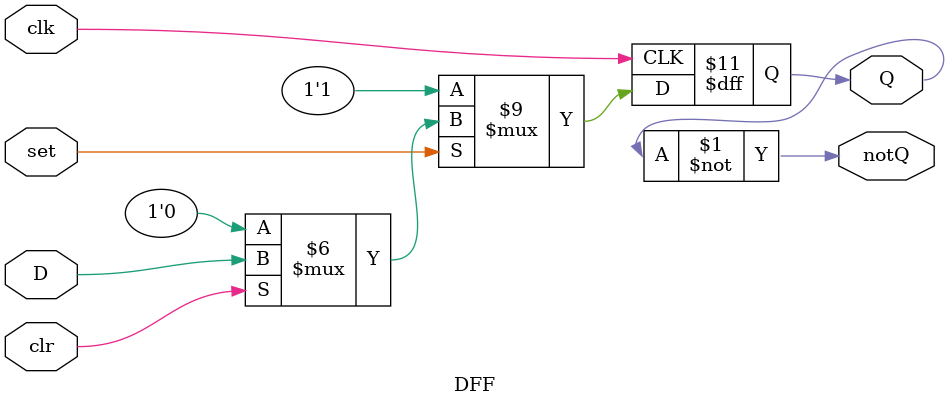
<source format=sv>
module DFF(
    input logic clk,
    input logic D,
    input logic clr,
    input logic set,
    output logic Q,
    output logic notQ
);
    assign notQ = ~Q;
    always_ff @ (posedge clk)
        if (set == 0) Q <= 1;
        else if (clr == 0) Q <= 0;
        else Q <= D;
endmodule

</source>
